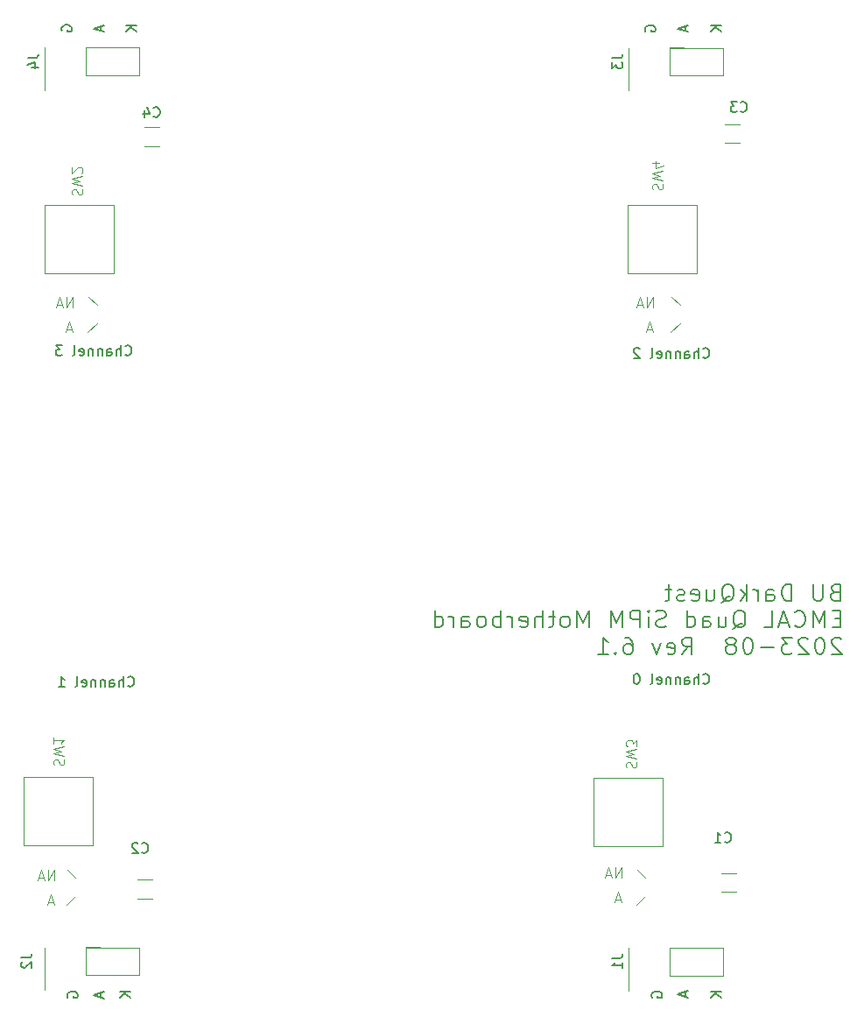
<source format=gbr>
%TF.GenerationSoftware,KiCad,Pcbnew,7.0.5-0*%
%TF.CreationDate,2024-05-08T17:08:20-04:00*%
%TF.ProjectId,quad_sipm,71756164-5f73-4697-906d-2e6b69636164,8.1*%
%TF.SameCoordinates,Original*%
%TF.FileFunction,Legend,Bot*%
%TF.FilePolarity,Positive*%
%FSLAX46Y46*%
G04 Gerber Fmt 4.6, Leading zero omitted, Abs format (unit mm)*
G04 Created by KiCad (PCBNEW 7.0.5-0) date 2024-05-08 17:08:20*
%MOMM*%
%LPD*%
G01*
G04 APERTURE LIST*
%ADD10C,0.150000*%
%ADD11C,0.203200*%
%ADD12C,0.100000*%
%ADD13C,0.120000*%
G04 APERTURE END LIST*
D10*
X74275792Y-84864580D02*
X74323411Y-84912200D01*
X74323411Y-84912200D02*
X74466268Y-84959819D01*
X74466268Y-84959819D02*
X74561506Y-84959819D01*
X74561506Y-84959819D02*
X74704363Y-84912200D01*
X74704363Y-84912200D02*
X74799601Y-84816961D01*
X74799601Y-84816961D02*
X74847220Y-84721723D01*
X74847220Y-84721723D02*
X74894839Y-84531247D01*
X74894839Y-84531247D02*
X74894839Y-84388390D01*
X74894839Y-84388390D02*
X74847220Y-84197914D01*
X74847220Y-84197914D02*
X74799601Y-84102676D01*
X74799601Y-84102676D02*
X74704363Y-84007438D01*
X74704363Y-84007438D02*
X74561506Y-83959819D01*
X74561506Y-83959819D02*
X74466268Y-83959819D01*
X74466268Y-83959819D02*
X74323411Y-84007438D01*
X74323411Y-84007438D02*
X74275792Y-84055057D01*
X73847220Y-84959819D02*
X73847220Y-83959819D01*
X73418649Y-84959819D02*
X73418649Y-84436009D01*
X73418649Y-84436009D02*
X73466268Y-84340771D01*
X73466268Y-84340771D02*
X73561506Y-84293152D01*
X73561506Y-84293152D02*
X73704363Y-84293152D01*
X73704363Y-84293152D02*
X73799601Y-84340771D01*
X73799601Y-84340771D02*
X73847220Y-84388390D01*
X72513887Y-84959819D02*
X72513887Y-84436009D01*
X72513887Y-84436009D02*
X72561506Y-84340771D01*
X72561506Y-84340771D02*
X72656744Y-84293152D01*
X72656744Y-84293152D02*
X72847220Y-84293152D01*
X72847220Y-84293152D02*
X72942458Y-84340771D01*
X72513887Y-84912200D02*
X72609125Y-84959819D01*
X72609125Y-84959819D02*
X72847220Y-84959819D01*
X72847220Y-84959819D02*
X72942458Y-84912200D01*
X72942458Y-84912200D02*
X72990077Y-84816961D01*
X72990077Y-84816961D02*
X72990077Y-84721723D01*
X72990077Y-84721723D02*
X72942458Y-84626485D01*
X72942458Y-84626485D02*
X72847220Y-84578866D01*
X72847220Y-84578866D02*
X72609125Y-84578866D01*
X72609125Y-84578866D02*
X72513887Y-84531247D01*
X72037696Y-84293152D02*
X72037696Y-84959819D01*
X72037696Y-84388390D02*
X71990077Y-84340771D01*
X71990077Y-84340771D02*
X71894839Y-84293152D01*
X71894839Y-84293152D02*
X71751982Y-84293152D01*
X71751982Y-84293152D02*
X71656744Y-84340771D01*
X71656744Y-84340771D02*
X71609125Y-84436009D01*
X71609125Y-84436009D02*
X71609125Y-84959819D01*
X71132934Y-84293152D02*
X71132934Y-84959819D01*
X71132934Y-84388390D02*
X71085315Y-84340771D01*
X71085315Y-84340771D02*
X70990077Y-84293152D01*
X70990077Y-84293152D02*
X70847220Y-84293152D01*
X70847220Y-84293152D02*
X70751982Y-84340771D01*
X70751982Y-84340771D02*
X70704363Y-84436009D01*
X70704363Y-84436009D02*
X70704363Y-84959819D01*
X69847220Y-84912200D02*
X69942458Y-84959819D01*
X69942458Y-84959819D02*
X70132934Y-84959819D01*
X70132934Y-84959819D02*
X70228172Y-84912200D01*
X70228172Y-84912200D02*
X70275791Y-84816961D01*
X70275791Y-84816961D02*
X70275791Y-84436009D01*
X70275791Y-84436009D02*
X70228172Y-84340771D01*
X70228172Y-84340771D02*
X70132934Y-84293152D01*
X70132934Y-84293152D02*
X69942458Y-84293152D01*
X69942458Y-84293152D02*
X69847220Y-84340771D01*
X69847220Y-84340771D02*
X69799601Y-84436009D01*
X69799601Y-84436009D02*
X69799601Y-84531247D01*
X69799601Y-84531247D02*
X70275791Y-84626485D01*
X69228172Y-84959819D02*
X69323410Y-84912200D01*
X69323410Y-84912200D02*
X69371029Y-84816961D01*
X69371029Y-84816961D02*
X69371029Y-83959819D01*
X68180552Y-83959819D02*
X67561505Y-83959819D01*
X67561505Y-83959819D02*
X67894838Y-84340771D01*
X67894838Y-84340771D02*
X67751981Y-84340771D01*
X67751981Y-84340771D02*
X67656743Y-84388390D01*
X67656743Y-84388390D02*
X67609124Y-84436009D01*
X67609124Y-84436009D02*
X67561505Y-84531247D01*
X67561505Y-84531247D02*
X67561505Y-84769342D01*
X67561505Y-84769342D02*
X67609124Y-84864580D01*
X67609124Y-84864580D02*
X67656743Y-84912200D01*
X67656743Y-84912200D02*
X67751981Y-84959819D01*
X67751981Y-84959819D02*
X68037695Y-84959819D01*
X68037695Y-84959819D02*
X68132933Y-84912200D01*
X68132933Y-84912200D02*
X68180552Y-84864580D01*
X130155792Y-85118580D02*
X130203411Y-85166200D01*
X130203411Y-85166200D02*
X130346268Y-85213819D01*
X130346268Y-85213819D02*
X130441506Y-85213819D01*
X130441506Y-85213819D02*
X130584363Y-85166200D01*
X130584363Y-85166200D02*
X130679601Y-85070961D01*
X130679601Y-85070961D02*
X130727220Y-84975723D01*
X130727220Y-84975723D02*
X130774839Y-84785247D01*
X130774839Y-84785247D02*
X130774839Y-84642390D01*
X130774839Y-84642390D02*
X130727220Y-84451914D01*
X130727220Y-84451914D02*
X130679601Y-84356676D01*
X130679601Y-84356676D02*
X130584363Y-84261438D01*
X130584363Y-84261438D02*
X130441506Y-84213819D01*
X130441506Y-84213819D02*
X130346268Y-84213819D01*
X130346268Y-84213819D02*
X130203411Y-84261438D01*
X130203411Y-84261438D02*
X130155792Y-84309057D01*
X129727220Y-85213819D02*
X129727220Y-84213819D01*
X129298649Y-85213819D02*
X129298649Y-84690009D01*
X129298649Y-84690009D02*
X129346268Y-84594771D01*
X129346268Y-84594771D02*
X129441506Y-84547152D01*
X129441506Y-84547152D02*
X129584363Y-84547152D01*
X129584363Y-84547152D02*
X129679601Y-84594771D01*
X129679601Y-84594771D02*
X129727220Y-84642390D01*
X128393887Y-85213819D02*
X128393887Y-84690009D01*
X128393887Y-84690009D02*
X128441506Y-84594771D01*
X128441506Y-84594771D02*
X128536744Y-84547152D01*
X128536744Y-84547152D02*
X128727220Y-84547152D01*
X128727220Y-84547152D02*
X128822458Y-84594771D01*
X128393887Y-85166200D02*
X128489125Y-85213819D01*
X128489125Y-85213819D02*
X128727220Y-85213819D01*
X128727220Y-85213819D02*
X128822458Y-85166200D01*
X128822458Y-85166200D02*
X128870077Y-85070961D01*
X128870077Y-85070961D02*
X128870077Y-84975723D01*
X128870077Y-84975723D02*
X128822458Y-84880485D01*
X128822458Y-84880485D02*
X128727220Y-84832866D01*
X128727220Y-84832866D02*
X128489125Y-84832866D01*
X128489125Y-84832866D02*
X128393887Y-84785247D01*
X127917696Y-84547152D02*
X127917696Y-85213819D01*
X127917696Y-84642390D02*
X127870077Y-84594771D01*
X127870077Y-84594771D02*
X127774839Y-84547152D01*
X127774839Y-84547152D02*
X127631982Y-84547152D01*
X127631982Y-84547152D02*
X127536744Y-84594771D01*
X127536744Y-84594771D02*
X127489125Y-84690009D01*
X127489125Y-84690009D02*
X127489125Y-85213819D01*
X127012934Y-84547152D02*
X127012934Y-85213819D01*
X127012934Y-84642390D02*
X126965315Y-84594771D01*
X126965315Y-84594771D02*
X126870077Y-84547152D01*
X126870077Y-84547152D02*
X126727220Y-84547152D01*
X126727220Y-84547152D02*
X126631982Y-84594771D01*
X126631982Y-84594771D02*
X126584363Y-84690009D01*
X126584363Y-84690009D02*
X126584363Y-85213819D01*
X125727220Y-85166200D02*
X125822458Y-85213819D01*
X125822458Y-85213819D02*
X126012934Y-85213819D01*
X126012934Y-85213819D02*
X126108172Y-85166200D01*
X126108172Y-85166200D02*
X126155791Y-85070961D01*
X126155791Y-85070961D02*
X126155791Y-84690009D01*
X126155791Y-84690009D02*
X126108172Y-84594771D01*
X126108172Y-84594771D02*
X126012934Y-84547152D01*
X126012934Y-84547152D02*
X125822458Y-84547152D01*
X125822458Y-84547152D02*
X125727220Y-84594771D01*
X125727220Y-84594771D02*
X125679601Y-84690009D01*
X125679601Y-84690009D02*
X125679601Y-84785247D01*
X125679601Y-84785247D02*
X126155791Y-84880485D01*
X125108172Y-85213819D02*
X125203410Y-85166200D01*
X125203410Y-85166200D02*
X125251029Y-85070961D01*
X125251029Y-85070961D02*
X125251029Y-84213819D01*
X124012933Y-84309057D02*
X123965314Y-84261438D01*
X123965314Y-84261438D02*
X123870076Y-84213819D01*
X123870076Y-84213819D02*
X123631981Y-84213819D01*
X123631981Y-84213819D02*
X123536743Y-84261438D01*
X123536743Y-84261438D02*
X123489124Y-84309057D01*
X123489124Y-84309057D02*
X123441505Y-84404295D01*
X123441505Y-84404295D02*
X123441505Y-84499533D01*
X123441505Y-84499533D02*
X123489124Y-84642390D01*
X123489124Y-84642390D02*
X124060552Y-85213819D01*
X124060552Y-85213819D02*
X123441505Y-85213819D01*
X74529792Y-116868580D02*
X74577411Y-116916200D01*
X74577411Y-116916200D02*
X74720268Y-116963819D01*
X74720268Y-116963819D02*
X74815506Y-116963819D01*
X74815506Y-116963819D02*
X74958363Y-116916200D01*
X74958363Y-116916200D02*
X75053601Y-116820961D01*
X75053601Y-116820961D02*
X75101220Y-116725723D01*
X75101220Y-116725723D02*
X75148839Y-116535247D01*
X75148839Y-116535247D02*
X75148839Y-116392390D01*
X75148839Y-116392390D02*
X75101220Y-116201914D01*
X75101220Y-116201914D02*
X75053601Y-116106676D01*
X75053601Y-116106676D02*
X74958363Y-116011438D01*
X74958363Y-116011438D02*
X74815506Y-115963819D01*
X74815506Y-115963819D02*
X74720268Y-115963819D01*
X74720268Y-115963819D02*
X74577411Y-116011438D01*
X74577411Y-116011438D02*
X74529792Y-116059057D01*
X74101220Y-116963819D02*
X74101220Y-115963819D01*
X73672649Y-116963819D02*
X73672649Y-116440009D01*
X73672649Y-116440009D02*
X73720268Y-116344771D01*
X73720268Y-116344771D02*
X73815506Y-116297152D01*
X73815506Y-116297152D02*
X73958363Y-116297152D01*
X73958363Y-116297152D02*
X74053601Y-116344771D01*
X74053601Y-116344771D02*
X74101220Y-116392390D01*
X72767887Y-116963819D02*
X72767887Y-116440009D01*
X72767887Y-116440009D02*
X72815506Y-116344771D01*
X72815506Y-116344771D02*
X72910744Y-116297152D01*
X72910744Y-116297152D02*
X73101220Y-116297152D01*
X73101220Y-116297152D02*
X73196458Y-116344771D01*
X72767887Y-116916200D02*
X72863125Y-116963819D01*
X72863125Y-116963819D02*
X73101220Y-116963819D01*
X73101220Y-116963819D02*
X73196458Y-116916200D01*
X73196458Y-116916200D02*
X73244077Y-116820961D01*
X73244077Y-116820961D02*
X73244077Y-116725723D01*
X73244077Y-116725723D02*
X73196458Y-116630485D01*
X73196458Y-116630485D02*
X73101220Y-116582866D01*
X73101220Y-116582866D02*
X72863125Y-116582866D01*
X72863125Y-116582866D02*
X72767887Y-116535247D01*
X72291696Y-116297152D02*
X72291696Y-116963819D01*
X72291696Y-116392390D02*
X72244077Y-116344771D01*
X72244077Y-116344771D02*
X72148839Y-116297152D01*
X72148839Y-116297152D02*
X72005982Y-116297152D01*
X72005982Y-116297152D02*
X71910744Y-116344771D01*
X71910744Y-116344771D02*
X71863125Y-116440009D01*
X71863125Y-116440009D02*
X71863125Y-116963819D01*
X71386934Y-116297152D02*
X71386934Y-116963819D01*
X71386934Y-116392390D02*
X71339315Y-116344771D01*
X71339315Y-116344771D02*
X71244077Y-116297152D01*
X71244077Y-116297152D02*
X71101220Y-116297152D01*
X71101220Y-116297152D02*
X71005982Y-116344771D01*
X71005982Y-116344771D02*
X70958363Y-116440009D01*
X70958363Y-116440009D02*
X70958363Y-116963819D01*
X70101220Y-116916200D02*
X70196458Y-116963819D01*
X70196458Y-116963819D02*
X70386934Y-116963819D01*
X70386934Y-116963819D02*
X70482172Y-116916200D01*
X70482172Y-116916200D02*
X70529791Y-116820961D01*
X70529791Y-116820961D02*
X70529791Y-116440009D01*
X70529791Y-116440009D02*
X70482172Y-116344771D01*
X70482172Y-116344771D02*
X70386934Y-116297152D01*
X70386934Y-116297152D02*
X70196458Y-116297152D01*
X70196458Y-116297152D02*
X70101220Y-116344771D01*
X70101220Y-116344771D02*
X70053601Y-116440009D01*
X70053601Y-116440009D02*
X70053601Y-116535247D01*
X70053601Y-116535247D02*
X70529791Y-116630485D01*
X69482172Y-116963819D02*
X69577410Y-116916200D01*
X69577410Y-116916200D02*
X69625029Y-116820961D01*
X69625029Y-116820961D02*
X69625029Y-115963819D01*
X67815505Y-116963819D02*
X68386933Y-116963819D01*
X68101219Y-116963819D02*
X68101219Y-115963819D01*
X68101219Y-115963819D02*
X68196457Y-116106676D01*
X68196457Y-116106676D02*
X68291695Y-116201914D01*
X68291695Y-116201914D02*
X68386933Y-116249533D01*
X130155792Y-116614580D02*
X130203411Y-116662200D01*
X130203411Y-116662200D02*
X130346268Y-116709819D01*
X130346268Y-116709819D02*
X130441506Y-116709819D01*
X130441506Y-116709819D02*
X130584363Y-116662200D01*
X130584363Y-116662200D02*
X130679601Y-116566961D01*
X130679601Y-116566961D02*
X130727220Y-116471723D01*
X130727220Y-116471723D02*
X130774839Y-116281247D01*
X130774839Y-116281247D02*
X130774839Y-116138390D01*
X130774839Y-116138390D02*
X130727220Y-115947914D01*
X130727220Y-115947914D02*
X130679601Y-115852676D01*
X130679601Y-115852676D02*
X130584363Y-115757438D01*
X130584363Y-115757438D02*
X130441506Y-115709819D01*
X130441506Y-115709819D02*
X130346268Y-115709819D01*
X130346268Y-115709819D02*
X130203411Y-115757438D01*
X130203411Y-115757438D02*
X130155792Y-115805057D01*
X129727220Y-116709819D02*
X129727220Y-115709819D01*
X129298649Y-116709819D02*
X129298649Y-116186009D01*
X129298649Y-116186009D02*
X129346268Y-116090771D01*
X129346268Y-116090771D02*
X129441506Y-116043152D01*
X129441506Y-116043152D02*
X129584363Y-116043152D01*
X129584363Y-116043152D02*
X129679601Y-116090771D01*
X129679601Y-116090771D02*
X129727220Y-116138390D01*
X128393887Y-116709819D02*
X128393887Y-116186009D01*
X128393887Y-116186009D02*
X128441506Y-116090771D01*
X128441506Y-116090771D02*
X128536744Y-116043152D01*
X128536744Y-116043152D02*
X128727220Y-116043152D01*
X128727220Y-116043152D02*
X128822458Y-116090771D01*
X128393887Y-116662200D02*
X128489125Y-116709819D01*
X128489125Y-116709819D02*
X128727220Y-116709819D01*
X128727220Y-116709819D02*
X128822458Y-116662200D01*
X128822458Y-116662200D02*
X128870077Y-116566961D01*
X128870077Y-116566961D02*
X128870077Y-116471723D01*
X128870077Y-116471723D02*
X128822458Y-116376485D01*
X128822458Y-116376485D02*
X128727220Y-116328866D01*
X128727220Y-116328866D02*
X128489125Y-116328866D01*
X128489125Y-116328866D02*
X128393887Y-116281247D01*
X127917696Y-116043152D02*
X127917696Y-116709819D01*
X127917696Y-116138390D02*
X127870077Y-116090771D01*
X127870077Y-116090771D02*
X127774839Y-116043152D01*
X127774839Y-116043152D02*
X127631982Y-116043152D01*
X127631982Y-116043152D02*
X127536744Y-116090771D01*
X127536744Y-116090771D02*
X127489125Y-116186009D01*
X127489125Y-116186009D02*
X127489125Y-116709819D01*
X127012934Y-116043152D02*
X127012934Y-116709819D01*
X127012934Y-116138390D02*
X126965315Y-116090771D01*
X126965315Y-116090771D02*
X126870077Y-116043152D01*
X126870077Y-116043152D02*
X126727220Y-116043152D01*
X126727220Y-116043152D02*
X126631982Y-116090771D01*
X126631982Y-116090771D02*
X126584363Y-116186009D01*
X126584363Y-116186009D02*
X126584363Y-116709819D01*
X125727220Y-116662200D02*
X125822458Y-116709819D01*
X125822458Y-116709819D02*
X126012934Y-116709819D01*
X126012934Y-116709819D02*
X126108172Y-116662200D01*
X126108172Y-116662200D02*
X126155791Y-116566961D01*
X126155791Y-116566961D02*
X126155791Y-116186009D01*
X126155791Y-116186009D02*
X126108172Y-116090771D01*
X126108172Y-116090771D02*
X126012934Y-116043152D01*
X126012934Y-116043152D02*
X125822458Y-116043152D01*
X125822458Y-116043152D02*
X125727220Y-116090771D01*
X125727220Y-116090771D02*
X125679601Y-116186009D01*
X125679601Y-116186009D02*
X125679601Y-116281247D01*
X125679601Y-116281247D02*
X126155791Y-116376485D01*
X125108172Y-116709819D02*
X125203410Y-116662200D01*
X125203410Y-116662200D02*
X125251029Y-116566961D01*
X125251029Y-116566961D02*
X125251029Y-115709819D01*
X123774838Y-115709819D02*
X123679600Y-115709819D01*
X123679600Y-115709819D02*
X123584362Y-115757438D01*
X123584362Y-115757438D02*
X123536743Y-115805057D01*
X123536743Y-115805057D02*
X123489124Y-115900295D01*
X123489124Y-115900295D02*
X123441505Y-116090771D01*
X123441505Y-116090771D02*
X123441505Y-116328866D01*
X123441505Y-116328866D02*
X123489124Y-116519342D01*
X123489124Y-116519342D02*
X123536743Y-116614580D01*
X123536743Y-116614580D02*
X123584362Y-116662200D01*
X123584362Y-116662200D02*
X123679600Y-116709819D01*
X123679600Y-116709819D02*
X123774838Y-116709819D01*
X123774838Y-116709819D02*
X123870076Y-116662200D01*
X123870076Y-116662200D02*
X123917695Y-116614580D01*
X123917695Y-116614580D02*
X123965314Y-116519342D01*
X123965314Y-116519342D02*
X124012933Y-116328866D01*
X124012933Y-116328866D02*
X124012933Y-116090771D01*
X124012933Y-116090771D02*
X123965314Y-115900295D01*
X123965314Y-115900295D02*
X123917695Y-115805057D01*
X123917695Y-115805057D02*
X123870076Y-115757438D01*
X123870076Y-115757438D02*
X123774838Y-115709819D01*
X124597438Y-53601904D02*
X124549819Y-53506666D01*
X124549819Y-53506666D02*
X124549819Y-53363809D01*
X124549819Y-53363809D02*
X124597438Y-53220952D01*
X124597438Y-53220952D02*
X124692676Y-53125714D01*
X124692676Y-53125714D02*
X124787914Y-53078095D01*
X124787914Y-53078095D02*
X124978390Y-53030476D01*
X124978390Y-53030476D02*
X125121247Y-53030476D01*
X125121247Y-53030476D02*
X125311723Y-53078095D01*
X125311723Y-53078095D02*
X125406961Y-53125714D01*
X125406961Y-53125714D02*
X125502200Y-53220952D01*
X125502200Y-53220952D02*
X125549819Y-53363809D01*
X125549819Y-53363809D02*
X125549819Y-53459047D01*
X125549819Y-53459047D02*
X125502200Y-53601904D01*
X125502200Y-53601904D02*
X125454580Y-53649523D01*
X125454580Y-53649523D02*
X125121247Y-53649523D01*
X125121247Y-53649523D02*
X125121247Y-53459047D01*
X131899819Y-53078095D02*
X130899819Y-53078095D01*
X131899819Y-53649523D02*
X131328390Y-53220952D01*
X130899819Y-53649523D02*
X131471247Y-53078095D01*
X128439104Y-53101905D02*
X128439104Y-53578095D01*
X128724819Y-53006667D02*
X127724819Y-53340000D01*
X127724819Y-53340000D02*
X128724819Y-53673333D01*
X68717438Y-146983220D02*
X68669819Y-146887982D01*
X68669819Y-146887982D02*
X68669819Y-146745125D01*
X68669819Y-146745125D02*
X68717438Y-146602268D01*
X68717438Y-146602268D02*
X68812676Y-146507030D01*
X68812676Y-146507030D02*
X68907914Y-146459411D01*
X68907914Y-146459411D02*
X69098390Y-146411792D01*
X69098390Y-146411792D02*
X69241247Y-146411792D01*
X69241247Y-146411792D02*
X69431723Y-146459411D01*
X69431723Y-146459411D02*
X69526961Y-146507030D01*
X69526961Y-146507030D02*
X69622200Y-146602268D01*
X69622200Y-146602268D02*
X69669819Y-146745125D01*
X69669819Y-146745125D02*
X69669819Y-146840363D01*
X69669819Y-146840363D02*
X69622200Y-146983220D01*
X69622200Y-146983220D02*
X69574580Y-147030839D01*
X69574580Y-147030839D02*
X69241247Y-147030839D01*
X69241247Y-147030839D02*
X69241247Y-146840363D01*
X71924104Y-146554649D02*
X71924104Y-147030839D01*
X72209819Y-146459411D02*
X71209819Y-146792744D01*
X71209819Y-146792744D02*
X72209819Y-147126077D01*
X75384819Y-53078095D02*
X74384819Y-53078095D01*
X75384819Y-53649523D02*
X74813390Y-53220952D01*
X74384819Y-53649523D02*
X74956247Y-53078095D01*
X71924104Y-53101905D02*
X71924104Y-53578095D01*
X72209819Y-53006667D02*
X71209819Y-53340000D01*
X71209819Y-53340000D02*
X72209819Y-53673333D01*
X74749819Y-146423095D02*
X73749819Y-146423095D01*
X74749819Y-146994523D02*
X74178390Y-146565952D01*
X73749819Y-146994523D02*
X74321247Y-146423095D01*
X128439104Y-146446905D02*
X128439104Y-146923095D01*
X128724819Y-146351667D02*
X127724819Y-146685000D01*
X127724819Y-146685000D02*
X128724819Y-147018333D01*
X125232438Y-146983220D02*
X125184819Y-146887982D01*
X125184819Y-146887982D02*
X125184819Y-146745125D01*
X125184819Y-146745125D02*
X125232438Y-146602268D01*
X125232438Y-146602268D02*
X125327676Y-146507030D01*
X125327676Y-146507030D02*
X125422914Y-146459411D01*
X125422914Y-146459411D02*
X125613390Y-146411792D01*
X125613390Y-146411792D02*
X125756247Y-146411792D01*
X125756247Y-146411792D02*
X125946723Y-146459411D01*
X125946723Y-146459411D02*
X126041961Y-146507030D01*
X126041961Y-146507030D02*
X126137200Y-146602268D01*
X126137200Y-146602268D02*
X126184819Y-146745125D01*
X126184819Y-146745125D02*
X126184819Y-146840363D01*
X126184819Y-146840363D02*
X126137200Y-146983220D01*
X126137200Y-146983220D02*
X126089580Y-147030839D01*
X126089580Y-147030839D02*
X125756247Y-147030839D01*
X125756247Y-147030839D02*
X125756247Y-146840363D01*
X131899819Y-146423095D02*
X130899819Y-146423095D01*
X131899819Y-146994523D02*
X131328390Y-146565952D01*
X130899819Y-146994523D02*
X131471247Y-146423095D01*
D11*
X142912887Y-107805528D02*
X142670030Y-107881718D01*
X142670030Y-107881718D02*
X142589077Y-107957909D01*
X142589077Y-107957909D02*
X142508125Y-108110290D01*
X142508125Y-108110290D02*
X142508125Y-108338861D01*
X142508125Y-108338861D02*
X142589077Y-108491242D01*
X142589077Y-108491242D02*
X142670030Y-108567433D01*
X142670030Y-108567433D02*
X142831935Y-108643623D01*
X142831935Y-108643623D02*
X143479554Y-108643623D01*
X143479554Y-108643623D02*
X143479554Y-107043623D01*
X143479554Y-107043623D02*
X142912887Y-107043623D01*
X142912887Y-107043623D02*
X142750982Y-107119813D01*
X142750982Y-107119813D02*
X142670030Y-107196004D01*
X142670030Y-107196004D02*
X142589077Y-107348385D01*
X142589077Y-107348385D02*
X142589077Y-107500766D01*
X142589077Y-107500766D02*
X142670030Y-107653147D01*
X142670030Y-107653147D02*
X142750982Y-107729337D01*
X142750982Y-107729337D02*
X142912887Y-107805528D01*
X142912887Y-107805528D02*
X143479554Y-107805528D01*
X141779554Y-107043623D02*
X141779554Y-108338861D01*
X141779554Y-108338861D02*
X141698601Y-108491242D01*
X141698601Y-108491242D02*
X141617649Y-108567433D01*
X141617649Y-108567433D02*
X141455744Y-108643623D01*
X141455744Y-108643623D02*
X141131935Y-108643623D01*
X141131935Y-108643623D02*
X140970030Y-108567433D01*
X140970030Y-108567433D02*
X140889077Y-108491242D01*
X140889077Y-108491242D02*
X140808125Y-108338861D01*
X140808125Y-108338861D02*
X140808125Y-107043623D01*
X138703364Y-108643623D02*
X138703364Y-107043623D01*
X138703364Y-107043623D02*
X138298602Y-107043623D01*
X138298602Y-107043623D02*
X138055745Y-107119813D01*
X138055745Y-107119813D02*
X137893840Y-107272194D01*
X137893840Y-107272194D02*
X137812887Y-107424575D01*
X137812887Y-107424575D02*
X137731935Y-107729337D01*
X137731935Y-107729337D02*
X137731935Y-107957909D01*
X137731935Y-107957909D02*
X137812887Y-108262671D01*
X137812887Y-108262671D02*
X137893840Y-108415052D01*
X137893840Y-108415052D02*
X138055745Y-108567433D01*
X138055745Y-108567433D02*
X138298602Y-108643623D01*
X138298602Y-108643623D02*
X138703364Y-108643623D01*
X136274792Y-108643623D02*
X136274792Y-107805528D01*
X136274792Y-107805528D02*
X136355745Y-107653147D01*
X136355745Y-107653147D02*
X136517649Y-107576956D01*
X136517649Y-107576956D02*
X136841459Y-107576956D01*
X136841459Y-107576956D02*
X137003364Y-107653147D01*
X136274792Y-108567433D02*
X136436697Y-108643623D01*
X136436697Y-108643623D02*
X136841459Y-108643623D01*
X136841459Y-108643623D02*
X137003364Y-108567433D01*
X137003364Y-108567433D02*
X137084316Y-108415052D01*
X137084316Y-108415052D02*
X137084316Y-108262671D01*
X137084316Y-108262671D02*
X137003364Y-108110290D01*
X137003364Y-108110290D02*
X136841459Y-108034099D01*
X136841459Y-108034099D02*
X136436697Y-108034099D01*
X136436697Y-108034099D02*
X136274792Y-107957909D01*
X135465269Y-108643623D02*
X135465269Y-107576956D01*
X135465269Y-107881718D02*
X135384316Y-107729337D01*
X135384316Y-107729337D02*
X135303364Y-107653147D01*
X135303364Y-107653147D02*
X135141459Y-107576956D01*
X135141459Y-107576956D02*
X134979554Y-107576956D01*
X134412888Y-108643623D02*
X134412888Y-107043623D01*
X134250983Y-108034099D02*
X133765269Y-108643623D01*
X133765269Y-107576956D02*
X134412888Y-108186480D01*
X131903364Y-108796004D02*
X132065269Y-108719813D01*
X132065269Y-108719813D02*
X132227174Y-108567433D01*
X132227174Y-108567433D02*
X132470031Y-108338861D01*
X132470031Y-108338861D02*
X132631936Y-108262671D01*
X132631936Y-108262671D02*
X132793840Y-108262671D01*
X132712888Y-108643623D02*
X132874793Y-108567433D01*
X132874793Y-108567433D02*
X133036698Y-108415052D01*
X133036698Y-108415052D02*
X133117650Y-108110290D01*
X133117650Y-108110290D02*
X133117650Y-107576956D01*
X133117650Y-107576956D02*
X133036698Y-107272194D01*
X133036698Y-107272194D02*
X132874793Y-107119813D01*
X132874793Y-107119813D02*
X132712888Y-107043623D01*
X132712888Y-107043623D02*
X132389079Y-107043623D01*
X132389079Y-107043623D02*
X132227174Y-107119813D01*
X132227174Y-107119813D02*
X132065269Y-107272194D01*
X132065269Y-107272194D02*
X131984317Y-107576956D01*
X131984317Y-107576956D02*
X131984317Y-108110290D01*
X131984317Y-108110290D02*
X132065269Y-108415052D01*
X132065269Y-108415052D02*
X132227174Y-108567433D01*
X132227174Y-108567433D02*
X132389079Y-108643623D01*
X132389079Y-108643623D02*
X132712888Y-108643623D01*
X130527174Y-107576956D02*
X130527174Y-108643623D01*
X131255746Y-107576956D02*
X131255746Y-108415052D01*
X131255746Y-108415052D02*
X131174793Y-108567433D01*
X131174793Y-108567433D02*
X131012888Y-108643623D01*
X131012888Y-108643623D02*
X130770031Y-108643623D01*
X130770031Y-108643623D02*
X130608127Y-108567433D01*
X130608127Y-108567433D02*
X130527174Y-108491242D01*
X129070032Y-108567433D02*
X129231936Y-108643623D01*
X129231936Y-108643623D02*
X129555746Y-108643623D01*
X129555746Y-108643623D02*
X129717651Y-108567433D01*
X129717651Y-108567433D02*
X129798603Y-108415052D01*
X129798603Y-108415052D02*
X129798603Y-107805528D01*
X129798603Y-107805528D02*
X129717651Y-107653147D01*
X129717651Y-107653147D02*
X129555746Y-107576956D01*
X129555746Y-107576956D02*
X129231936Y-107576956D01*
X129231936Y-107576956D02*
X129070032Y-107653147D01*
X129070032Y-107653147D02*
X128989079Y-107805528D01*
X128989079Y-107805528D02*
X128989079Y-107957909D01*
X128989079Y-107957909D02*
X129798603Y-108110290D01*
X128341460Y-108567433D02*
X128179555Y-108643623D01*
X128179555Y-108643623D02*
X127855746Y-108643623D01*
X127855746Y-108643623D02*
X127693841Y-108567433D01*
X127693841Y-108567433D02*
X127612889Y-108415052D01*
X127612889Y-108415052D02*
X127612889Y-108338861D01*
X127612889Y-108338861D02*
X127693841Y-108186480D01*
X127693841Y-108186480D02*
X127855746Y-108110290D01*
X127855746Y-108110290D02*
X128098603Y-108110290D01*
X128098603Y-108110290D02*
X128260508Y-108034099D01*
X128260508Y-108034099D02*
X128341460Y-107881718D01*
X128341460Y-107881718D02*
X128341460Y-107805528D01*
X128341460Y-107805528D02*
X128260508Y-107653147D01*
X128260508Y-107653147D02*
X128098603Y-107576956D01*
X128098603Y-107576956D02*
X127855746Y-107576956D01*
X127855746Y-107576956D02*
X127693841Y-107653147D01*
X127127175Y-107576956D02*
X126479556Y-107576956D01*
X126884318Y-107043623D02*
X126884318Y-108415052D01*
X126884318Y-108415052D02*
X126803365Y-108567433D01*
X126803365Y-108567433D02*
X126641460Y-108643623D01*
X126641460Y-108643623D02*
X126479556Y-108643623D01*
X143479554Y-110381528D02*
X142912887Y-110381528D01*
X142670030Y-111219623D02*
X143479554Y-111219623D01*
X143479554Y-111219623D02*
X143479554Y-109619623D01*
X143479554Y-109619623D02*
X142670030Y-109619623D01*
X141941459Y-111219623D02*
X141941459Y-109619623D01*
X141941459Y-109619623D02*
X141374792Y-110762480D01*
X141374792Y-110762480D02*
X140808125Y-109619623D01*
X140808125Y-109619623D02*
X140808125Y-111219623D01*
X139027173Y-111067242D02*
X139108125Y-111143433D01*
X139108125Y-111143433D02*
X139350983Y-111219623D01*
X139350983Y-111219623D02*
X139512887Y-111219623D01*
X139512887Y-111219623D02*
X139755744Y-111143433D01*
X139755744Y-111143433D02*
X139917649Y-110991052D01*
X139917649Y-110991052D02*
X139998602Y-110838671D01*
X139998602Y-110838671D02*
X140079554Y-110533909D01*
X140079554Y-110533909D02*
X140079554Y-110305337D01*
X140079554Y-110305337D02*
X139998602Y-110000575D01*
X139998602Y-110000575D02*
X139917649Y-109848194D01*
X139917649Y-109848194D02*
X139755744Y-109695813D01*
X139755744Y-109695813D02*
X139512887Y-109619623D01*
X139512887Y-109619623D02*
X139350983Y-109619623D01*
X139350983Y-109619623D02*
X139108125Y-109695813D01*
X139108125Y-109695813D02*
X139027173Y-109772004D01*
X138379554Y-110762480D02*
X137570030Y-110762480D01*
X138541459Y-111219623D02*
X137974792Y-109619623D01*
X137974792Y-109619623D02*
X137408125Y-111219623D01*
X136031935Y-111219623D02*
X136841459Y-111219623D01*
X136841459Y-111219623D02*
X136841459Y-109619623D01*
X133036697Y-111372004D02*
X133198602Y-111295813D01*
X133198602Y-111295813D02*
X133360507Y-111143433D01*
X133360507Y-111143433D02*
X133603364Y-110914861D01*
X133603364Y-110914861D02*
X133765269Y-110838671D01*
X133765269Y-110838671D02*
X133927173Y-110838671D01*
X133846221Y-111219623D02*
X134008126Y-111143433D01*
X134008126Y-111143433D02*
X134170031Y-110991052D01*
X134170031Y-110991052D02*
X134250983Y-110686290D01*
X134250983Y-110686290D02*
X134250983Y-110152956D01*
X134250983Y-110152956D02*
X134170031Y-109848194D01*
X134170031Y-109848194D02*
X134008126Y-109695813D01*
X134008126Y-109695813D02*
X133846221Y-109619623D01*
X133846221Y-109619623D02*
X133522412Y-109619623D01*
X133522412Y-109619623D02*
X133360507Y-109695813D01*
X133360507Y-109695813D02*
X133198602Y-109848194D01*
X133198602Y-109848194D02*
X133117650Y-110152956D01*
X133117650Y-110152956D02*
X133117650Y-110686290D01*
X133117650Y-110686290D02*
X133198602Y-110991052D01*
X133198602Y-110991052D02*
X133360507Y-111143433D01*
X133360507Y-111143433D02*
X133522412Y-111219623D01*
X133522412Y-111219623D02*
X133846221Y-111219623D01*
X131660507Y-110152956D02*
X131660507Y-111219623D01*
X132389079Y-110152956D02*
X132389079Y-110991052D01*
X132389079Y-110991052D02*
X132308126Y-111143433D01*
X132308126Y-111143433D02*
X132146221Y-111219623D01*
X132146221Y-111219623D02*
X131903364Y-111219623D01*
X131903364Y-111219623D02*
X131741460Y-111143433D01*
X131741460Y-111143433D02*
X131660507Y-111067242D01*
X130122412Y-111219623D02*
X130122412Y-110381528D01*
X130122412Y-110381528D02*
X130203365Y-110229147D01*
X130203365Y-110229147D02*
X130365269Y-110152956D01*
X130365269Y-110152956D02*
X130689079Y-110152956D01*
X130689079Y-110152956D02*
X130850984Y-110229147D01*
X130122412Y-111143433D02*
X130284317Y-111219623D01*
X130284317Y-111219623D02*
X130689079Y-111219623D01*
X130689079Y-111219623D02*
X130850984Y-111143433D01*
X130850984Y-111143433D02*
X130931936Y-110991052D01*
X130931936Y-110991052D02*
X130931936Y-110838671D01*
X130931936Y-110838671D02*
X130850984Y-110686290D01*
X130850984Y-110686290D02*
X130689079Y-110610099D01*
X130689079Y-110610099D02*
X130284317Y-110610099D01*
X130284317Y-110610099D02*
X130122412Y-110533909D01*
X128584317Y-111219623D02*
X128584317Y-109619623D01*
X128584317Y-111143433D02*
X128746222Y-111219623D01*
X128746222Y-111219623D02*
X129070031Y-111219623D01*
X129070031Y-111219623D02*
X129231936Y-111143433D01*
X129231936Y-111143433D02*
X129312889Y-111067242D01*
X129312889Y-111067242D02*
X129393841Y-110914861D01*
X129393841Y-110914861D02*
X129393841Y-110457718D01*
X129393841Y-110457718D02*
X129312889Y-110305337D01*
X129312889Y-110305337D02*
X129231936Y-110229147D01*
X129231936Y-110229147D02*
X129070031Y-110152956D01*
X129070031Y-110152956D02*
X128746222Y-110152956D01*
X128746222Y-110152956D02*
X128584317Y-110229147D01*
X126560508Y-111143433D02*
X126317651Y-111219623D01*
X126317651Y-111219623D02*
X125912889Y-111219623D01*
X125912889Y-111219623D02*
X125750984Y-111143433D01*
X125750984Y-111143433D02*
X125670032Y-111067242D01*
X125670032Y-111067242D02*
X125589079Y-110914861D01*
X125589079Y-110914861D02*
X125589079Y-110762480D01*
X125589079Y-110762480D02*
X125670032Y-110610099D01*
X125670032Y-110610099D02*
X125750984Y-110533909D01*
X125750984Y-110533909D02*
X125912889Y-110457718D01*
X125912889Y-110457718D02*
X126236698Y-110381528D01*
X126236698Y-110381528D02*
X126398603Y-110305337D01*
X126398603Y-110305337D02*
X126479556Y-110229147D01*
X126479556Y-110229147D02*
X126560508Y-110076766D01*
X126560508Y-110076766D02*
X126560508Y-109924385D01*
X126560508Y-109924385D02*
X126479556Y-109772004D01*
X126479556Y-109772004D02*
X126398603Y-109695813D01*
X126398603Y-109695813D02*
X126236698Y-109619623D01*
X126236698Y-109619623D02*
X125831937Y-109619623D01*
X125831937Y-109619623D02*
X125589079Y-109695813D01*
X124860508Y-111219623D02*
X124860508Y-110152956D01*
X124860508Y-109619623D02*
X124941460Y-109695813D01*
X124941460Y-109695813D02*
X124860508Y-109772004D01*
X124860508Y-109772004D02*
X124779555Y-109695813D01*
X124779555Y-109695813D02*
X124860508Y-109619623D01*
X124860508Y-109619623D02*
X124860508Y-109772004D01*
X124050984Y-111219623D02*
X124050984Y-109619623D01*
X124050984Y-109619623D02*
X123403365Y-109619623D01*
X123403365Y-109619623D02*
X123241460Y-109695813D01*
X123241460Y-109695813D02*
X123160507Y-109772004D01*
X123160507Y-109772004D02*
X123079555Y-109924385D01*
X123079555Y-109924385D02*
X123079555Y-110152956D01*
X123079555Y-110152956D02*
X123160507Y-110305337D01*
X123160507Y-110305337D02*
X123241460Y-110381528D01*
X123241460Y-110381528D02*
X123403365Y-110457718D01*
X123403365Y-110457718D02*
X124050984Y-110457718D01*
X122350984Y-111219623D02*
X122350984Y-109619623D01*
X122350984Y-109619623D02*
X121784317Y-110762480D01*
X121784317Y-110762480D02*
X121217650Y-109619623D01*
X121217650Y-109619623D02*
X121217650Y-111219623D01*
X119112889Y-111219623D02*
X119112889Y-109619623D01*
X119112889Y-109619623D02*
X118546222Y-110762480D01*
X118546222Y-110762480D02*
X117979555Y-109619623D01*
X117979555Y-109619623D02*
X117979555Y-111219623D01*
X116927174Y-111219623D02*
X117089079Y-111143433D01*
X117089079Y-111143433D02*
X117170032Y-111067242D01*
X117170032Y-111067242D02*
X117250984Y-110914861D01*
X117250984Y-110914861D02*
X117250984Y-110457718D01*
X117250984Y-110457718D02*
X117170032Y-110305337D01*
X117170032Y-110305337D02*
X117089079Y-110229147D01*
X117089079Y-110229147D02*
X116927174Y-110152956D01*
X116927174Y-110152956D02*
X116684317Y-110152956D01*
X116684317Y-110152956D02*
X116522413Y-110229147D01*
X116522413Y-110229147D02*
X116441460Y-110305337D01*
X116441460Y-110305337D02*
X116360508Y-110457718D01*
X116360508Y-110457718D02*
X116360508Y-110914861D01*
X116360508Y-110914861D02*
X116441460Y-111067242D01*
X116441460Y-111067242D02*
X116522413Y-111143433D01*
X116522413Y-111143433D02*
X116684317Y-111219623D01*
X116684317Y-111219623D02*
X116927174Y-111219623D01*
X115874794Y-110152956D02*
X115227175Y-110152956D01*
X115631937Y-109619623D02*
X115631937Y-110991052D01*
X115631937Y-110991052D02*
X115550984Y-111143433D01*
X115550984Y-111143433D02*
X115389079Y-111219623D01*
X115389079Y-111219623D02*
X115227175Y-111219623D01*
X114660508Y-111219623D02*
X114660508Y-109619623D01*
X113931936Y-111219623D02*
X113931936Y-110381528D01*
X113931936Y-110381528D02*
X114012889Y-110229147D01*
X114012889Y-110229147D02*
X114174793Y-110152956D01*
X114174793Y-110152956D02*
X114417650Y-110152956D01*
X114417650Y-110152956D02*
X114579555Y-110229147D01*
X114579555Y-110229147D02*
X114660508Y-110305337D01*
X112474794Y-111143433D02*
X112636698Y-111219623D01*
X112636698Y-111219623D02*
X112960508Y-111219623D01*
X112960508Y-111219623D02*
X113122413Y-111143433D01*
X113122413Y-111143433D02*
X113203365Y-110991052D01*
X113203365Y-110991052D02*
X113203365Y-110381528D01*
X113203365Y-110381528D02*
X113122413Y-110229147D01*
X113122413Y-110229147D02*
X112960508Y-110152956D01*
X112960508Y-110152956D02*
X112636698Y-110152956D01*
X112636698Y-110152956D02*
X112474794Y-110229147D01*
X112474794Y-110229147D02*
X112393841Y-110381528D01*
X112393841Y-110381528D02*
X112393841Y-110533909D01*
X112393841Y-110533909D02*
X113203365Y-110686290D01*
X111665270Y-111219623D02*
X111665270Y-110152956D01*
X111665270Y-110457718D02*
X111584317Y-110305337D01*
X111584317Y-110305337D02*
X111503365Y-110229147D01*
X111503365Y-110229147D02*
X111341460Y-110152956D01*
X111341460Y-110152956D02*
X111179555Y-110152956D01*
X110612889Y-111219623D02*
X110612889Y-109619623D01*
X110612889Y-110229147D02*
X110450984Y-110152956D01*
X110450984Y-110152956D02*
X110127174Y-110152956D01*
X110127174Y-110152956D02*
X109965270Y-110229147D01*
X109965270Y-110229147D02*
X109884317Y-110305337D01*
X109884317Y-110305337D02*
X109803365Y-110457718D01*
X109803365Y-110457718D02*
X109803365Y-110914861D01*
X109803365Y-110914861D02*
X109884317Y-111067242D01*
X109884317Y-111067242D02*
X109965270Y-111143433D01*
X109965270Y-111143433D02*
X110127174Y-111219623D01*
X110127174Y-111219623D02*
X110450984Y-111219623D01*
X110450984Y-111219623D02*
X110612889Y-111143433D01*
X108831936Y-111219623D02*
X108993841Y-111143433D01*
X108993841Y-111143433D02*
X109074794Y-111067242D01*
X109074794Y-111067242D02*
X109155746Y-110914861D01*
X109155746Y-110914861D02*
X109155746Y-110457718D01*
X109155746Y-110457718D02*
X109074794Y-110305337D01*
X109074794Y-110305337D02*
X108993841Y-110229147D01*
X108993841Y-110229147D02*
X108831936Y-110152956D01*
X108831936Y-110152956D02*
X108589079Y-110152956D01*
X108589079Y-110152956D02*
X108427175Y-110229147D01*
X108427175Y-110229147D02*
X108346222Y-110305337D01*
X108346222Y-110305337D02*
X108265270Y-110457718D01*
X108265270Y-110457718D02*
X108265270Y-110914861D01*
X108265270Y-110914861D02*
X108346222Y-111067242D01*
X108346222Y-111067242D02*
X108427175Y-111143433D01*
X108427175Y-111143433D02*
X108589079Y-111219623D01*
X108589079Y-111219623D02*
X108831936Y-111219623D01*
X106808127Y-111219623D02*
X106808127Y-110381528D01*
X106808127Y-110381528D02*
X106889080Y-110229147D01*
X106889080Y-110229147D02*
X107050984Y-110152956D01*
X107050984Y-110152956D02*
X107374794Y-110152956D01*
X107374794Y-110152956D02*
X107536699Y-110229147D01*
X106808127Y-111143433D02*
X106970032Y-111219623D01*
X106970032Y-111219623D02*
X107374794Y-111219623D01*
X107374794Y-111219623D02*
X107536699Y-111143433D01*
X107536699Y-111143433D02*
X107617651Y-110991052D01*
X107617651Y-110991052D02*
X107617651Y-110838671D01*
X107617651Y-110838671D02*
X107536699Y-110686290D01*
X107536699Y-110686290D02*
X107374794Y-110610099D01*
X107374794Y-110610099D02*
X106970032Y-110610099D01*
X106970032Y-110610099D02*
X106808127Y-110533909D01*
X105998604Y-111219623D02*
X105998604Y-110152956D01*
X105998604Y-110457718D02*
X105917651Y-110305337D01*
X105917651Y-110305337D02*
X105836699Y-110229147D01*
X105836699Y-110229147D02*
X105674794Y-110152956D01*
X105674794Y-110152956D02*
X105512889Y-110152956D01*
X104217651Y-111219623D02*
X104217651Y-109619623D01*
X104217651Y-111143433D02*
X104379556Y-111219623D01*
X104379556Y-111219623D02*
X104703365Y-111219623D01*
X104703365Y-111219623D02*
X104865270Y-111143433D01*
X104865270Y-111143433D02*
X104946223Y-111067242D01*
X104946223Y-111067242D02*
X105027175Y-110914861D01*
X105027175Y-110914861D02*
X105027175Y-110457718D01*
X105027175Y-110457718D02*
X104946223Y-110305337D01*
X104946223Y-110305337D02*
X104865270Y-110229147D01*
X104865270Y-110229147D02*
X104703365Y-110152956D01*
X104703365Y-110152956D02*
X104379556Y-110152956D01*
X104379556Y-110152956D02*
X104217651Y-110229147D01*
X143560506Y-112348004D02*
X143479554Y-112271813D01*
X143479554Y-112271813D02*
X143317649Y-112195623D01*
X143317649Y-112195623D02*
X142912887Y-112195623D01*
X142912887Y-112195623D02*
X142750982Y-112271813D01*
X142750982Y-112271813D02*
X142670030Y-112348004D01*
X142670030Y-112348004D02*
X142589077Y-112500385D01*
X142589077Y-112500385D02*
X142589077Y-112652766D01*
X142589077Y-112652766D02*
X142670030Y-112881337D01*
X142670030Y-112881337D02*
X143641458Y-113795623D01*
X143641458Y-113795623D02*
X142589077Y-113795623D01*
X141536696Y-112195623D02*
X141374791Y-112195623D01*
X141374791Y-112195623D02*
X141212887Y-112271813D01*
X141212887Y-112271813D02*
X141131934Y-112348004D01*
X141131934Y-112348004D02*
X141050982Y-112500385D01*
X141050982Y-112500385D02*
X140970029Y-112805147D01*
X140970029Y-112805147D02*
X140970029Y-113186099D01*
X140970029Y-113186099D02*
X141050982Y-113490861D01*
X141050982Y-113490861D02*
X141131934Y-113643242D01*
X141131934Y-113643242D02*
X141212887Y-113719433D01*
X141212887Y-113719433D02*
X141374791Y-113795623D01*
X141374791Y-113795623D02*
X141536696Y-113795623D01*
X141536696Y-113795623D02*
X141698601Y-113719433D01*
X141698601Y-113719433D02*
X141779553Y-113643242D01*
X141779553Y-113643242D02*
X141860506Y-113490861D01*
X141860506Y-113490861D02*
X141941458Y-113186099D01*
X141941458Y-113186099D02*
X141941458Y-112805147D01*
X141941458Y-112805147D02*
X141860506Y-112500385D01*
X141860506Y-112500385D02*
X141779553Y-112348004D01*
X141779553Y-112348004D02*
X141698601Y-112271813D01*
X141698601Y-112271813D02*
X141536696Y-112195623D01*
X140322410Y-112348004D02*
X140241458Y-112271813D01*
X140241458Y-112271813D02*
X140079553Y-112195623D01*
X140079553Y-112195623D02*
X139674791Y-112195623D01*
X139674791Y-112195623D02*
X139512886Y-112271813D01*
X139512886Y-112271813D02*
X139431934Y-112348004D01*
X139431934Y-112348004D02*
X139350981Y-112500385D01*
X139350981Y-112500385D02*
X139350981Y-112652766D01*
X139350981Y-112652766D02*
X139431934Y-112881337D01*
X139431934Y-112881337D02*
X140403362Y-113795623D01*
X140403362Y-113795623D02*
X139350981Y-113795623D01*
X138784314Y-112195623D02*
X137731933Y-112195623D01*
X137731933Y-112195623D02*
X138298600Y-112805147D01*
X138298600Y-112805147D02*
X138055743Y-112805147D01*
X138055743Y-112805147D02*
X137893838Y-112881337D01*
X137893838Y-112881337D02*
X137812886Y-112957528D01*
X137812886Y-112957528D02*
X137731933Y-113109909D01*
X137731933Y-113109909D02*
X137731933Y-113490861D01*
X137731933Y-113490861D02*
X137812886Y-113643242D01*
X137812886Y-113643242D02*
X137893838Y-113719433D01*
X137893838Y-113719433D02*
X138055743Y-113795623D01*
X138055743Y-113795623D02*
X138541457Y-113795623D01*
X138541457Y-113795623D02*
X138703362Y-113719433D01*
X138703362Y-113719433D02*
X138784314Y-113643242D01*
X137003362Y-113186099D02*
X135708124Y-113186099D01*
X134574790Y-112195623D02*
X134412885Y-112195623D01*
X134412885Y-112195623D02*
X134250981Y-112271813D01*
X134250981Y-112271813D02*
X134170028Y-112348004D01*
X134170028Y-112348004D02*
X134089076Y-112500385D01*
X134089076Y-112500385D02*
X134008123Y-112805147D01*
X134008123Y-112805147D02*
X134008123Y-113186099D01*
X134008123Y-113186099D02*
X134089076Y-113490861D01*
X134089076Y-113490861D02*
X134170028Y-113643242D01*
X134170028Y-113643242D02*
X134250981Y-113719433D01*
X134250981Y-113719433D02*
X134412885Y-113795623D01*
X134412885Y-113795623D02*
X134574790Y-113795623D01*
X134574790Y-113795623D02*
X134736695Y-113719433D01*
X134736695Y-113719433D02*
X134817647Y-113643242D01*
X134817647Y-113643242D02*
X134898600Y-113490861D01*
X134898600Y-113490861D02*
X134979552Y-113186099D01*
X134979552Y-113186099D02*
X134979552Y-112805147D01*
X134979552Y-112805147D02*
X134898600Y-112500385D01*
X134898600Y-112500385D02*
X134817647Y-112348004D01*
X134817647Y-112348004D02*
X134736695Y-112271813D01*
X134736695Y-112271813D02*
X134574790Y-112195623D01*
X133036694Y-112881337D02*
X133198599Y-112805147D01*
X133198599Y-112805147D02*
X133279552Y-112728956D01*
X133279552Y-112728956D02*
X133360504Y-112576575D01*
X133360504Y-112576575D02*
X133360504Y-112500385D01*
X133360504Y-112500385D02*
X133279552Y-112348004D01*
X133279552Y-112348004D02*
X133198599Y-112271813D01*
X133198599Y-112271813D02*
X133036694Y-112195623D01*
X133036694Y-112195623D02*
X132712885Y-112195623D01*
X132712885Y-112195623D02*
X132550980Y-112271813D01*
X132550980Y-112271813D02*
X132470028Y-112348004D01*
X132470028Y-112348004D02*
X132389075Y-112500385D01*
X132389075Y-112500385D02*
X132389075Y-112576575D01*
X132389075Y-112576575D02*
X132470028Y-112728956D01*
X132470028Y-112728956D02*
X132550980Y-112805147D01*
X132550980Y-112805147D02*
X132712885Y-112881337D01*
X132712885Y-112881337D02*
X133036694Y-112881337D01*
X133036694Y-112881337D02*
X133198599Y-112957528D01*
X133198599Y-112957528D02*
X133279552Y-113033718D01*
X133279552Y-113033718D02*
X133360504Y-113186099D01*
X133360504Y-113186099D02*
X133360504Y-113490861D01*
X133360504Y-113490861D02*
X133279552Y-113643242D01*
X133279552Y-113643242D02*
X133198599Y-113719433D01*
X133198599Y-113719433D02*
X133036694Y-113795623D01*
X133036694Y-113795623D02*
X132712885Y-113795623D01*
X132712885Y-113795623D02*
X132550980Y-113719433D01*
X132550980Y-113719433D02*
X132470028Y-113643242D01*
X132470028Y-113643242D02*
X132389075Y-113490861D01*
X132389075Y-113490861D02*
X132389075Y-113186099D01*
X132389075Y-113186099D02*
X132470028Y-113033718D01*
X132470028Y-113033718D02*
X132550980Y-112957528D01*
X132550980Y-112957528D02*
X132712885Y-112881337D01*
X128098599Y-113795623D02*
X128665266Y-113033718D01*
X129070028Y-113795623D02*
X129070028Y-112195623D01*
X129070028Y-112195623D02*
X128422409Y-112195623D01*
X128422409Y-112195623D02*
X128260504Y-112271813D01*
X128260504Y-112271813D02*
X128179551Y-112348004D01*
X128179551Y-112348004D02*
X128098599Y-112500385D01*
X128098599Y-112500385D02*
X128098599Y-112728956D01*
X128098599Y-112728956D02*
X128179551Y-112881337D01*
X128179551Y-112881337D02*
X128260504Y-112957528D01*
X128260504Y-112957528D02*
X128422409Y-113033718D01*
X128422409Y-113033718D02*
X129070028Y-113033718D01*
X126722409Y-113719433D02*
X126884313Y-113795623D01*
X126884313Y-113795623D02*
X127208123Y-113795623D01*
X127208123Y-113795623D02*
X127370028Y-113719433D01*
X127370028Y-113719433D02*
X127450980Y-113567052D01*
X127450980Y-113567052D02*
X127450980Y-112957528D01*
X127450980Y-112957528D02*
X127370028Y-112805147D01*
X127370028Y-112805147D02*
X127208123Y-112728956D01*
X127208123Y-112728956D02*
X126884313Y-112728956D01*
X126884313Y-112728956D02*
X126722409Y-112805147D01*
X126722409Y-112805147D02*
X126641456Y-112957528D01*
X126641456Y-112957528D02*
X126641456Y-113109909D01*
X126641456Y-113109909D02*
X127450980Y-113262290D01*
X126074789Y-112728956D02*
X125670027Y-113795623D01*
X125670027Y-113795623D02*
X125265266Y-112728956D01*
X122593837Y-112195623D02*
X122917647Y-112195623D01*
X122917647Y-112195623D02*
X123079551Y-112271813D01*
X123079551Y-112271813D02*
X123160504Y-112348004D01*
X123160504Y-112348004D02*
X123322409Y-112576575D01*
X123322409Y-112576575D02*
X123403361Y-112881337D01*
X123403361Y-112881337D02*
X123403361Y-113490861D01*
X123403361Y-113490861D02*
X123322409Y-113643242D01*
X123322409Y-113643242D02*
X123241456Y-113719433D01*
X123241456Y-113719433D02*
X123079551Y-113795623D01*
X123079551Y-113795623D02*
X122755742Y-113795623D01*
X122755742Y-113795623D02*
X122593837Y-113719433D01*
X122593837Y-113719433D02*
X122512885Y-113643242D01*
X122512885Y-113643242D02*
X122431932Y-113490861D01*
X122431932Y-113490861D02*
X122431932Y-113109909D01*
X122431932Y-113109909D02*
X122512885Y-112957528D01*
X122512885Y-112957528D02*
X122593837Y-112881337D01*
X122593837Y-112881337D02*
X122755742Y-112805147D01*
X122755742Y-112805147D02*
X123079551Y-112805147D01*
X123079551Y-112805147D02*
X123241456Y-112881337D01*
X123241456Y-112881337D02*
X123322409Y-112957528D01*
X123322409Y-112957528D02*
X123403361Y-113109909D01*
X121703361Y-113643242D02*
X121622408Y-113719433D01*
X121622408Y-113719433D02*
X121703361Y-113795623D01*
X121703361Y-113795623D02*
X121784313Y-113719433D01*
X121784313Y-113719433D02*
X121703361Y-113643242D01*
X121703361Y-113643242D02*
X121703361Y-113795623D01*
X120003360Y-113795623D02*
X120974789Y-113795623D01*
X120489075Y-113795623D02*
X120489075Y-112195623D01*
X120489075Y-112195623D02*
X120650979Y-112424194D01*
X120650979Y-112424194D02*
X120812884Y-112576575D01*
X120812884Y-112576575D02*
X120974789Y-112652766D01*
D10*
X68162438Y-53565588D02*
X68114819Y-53470350D01*
X68114819Y-53470350D02*
X68114819Y-53327493D01*
X68114819Y-53327493D02*
X68162438Y-53184636D01*
X68162438Y-53184636D02*
X68257676Y-53089398D01*
X68257676Y-53089398D02*
X68352914Y-53041779D01*
X68352914Y-53041779D02*
X68543390Y-52994160D01*
X68543390Y-52994160D02*
X68686247Y-52994160D01*
X68686247Y-52994160D02*
X68876723Y-53041779D01*
X68876723Y-53041779D02*
X68971961Y-53089398D01*
X68971961Y-53089398D02*
X69067200Y-53184636D01*
X69067200Y-53184636D02*
X69114819Y-53327493D01*
X69114819Y-53327493D02*
X69114819Y-53422731D01*
X69114819Y-53422731D02*
X69067200Y-53565588D01*
X69067200Y-53565588D02*
X69019580Y-53613207D01*
X69019580Y-53613207D02*
X68686247Y-53613207D01*
X68686247Y-53613207D02*
X68686247Y-53422731D01*
D12*
%TO.C,SW4*%
X125320200Y-68897332D02*
X125272580Y-68754475D01*
X125272580Y-68754475D02*
X125272580Y-68516380D01*
X125272580Y-68516380D02*
X125320200Y-68421142D01*
X125320200Y-68421142D02*
X125367819Y-68373523D01*
X125367819Y-68373523D02*
X125463057Y-68325904D01*
X125463057Y-68325904D02*
X125558295Y-68325904D01*
X125558295Y-68325904D02*
X125653533Y-68373523D01*
X125653533Y-68373523D02*
X125701152Y-68421142D01*
X125701152Y-68421142D02*
X125748771Y-68516380D01*
X125748771Y-68516380D02*
X125796390Y-68706856D01*
X125796390Y-68706856D02*
X125844009Y-68802094D01*
X125844009Y-68802094D02*
X125891628Y-68849713D01*
X125891628Y-68849713D02*
X125986866Y-68897332D01*
X125986866Y-68897332D02*
X126082104Y-68897332D01*
X126082104Y-68897332D02*
X126177342Y-68849713D01*
X126177342Y-68849713D02*
X126224961Y-68802094D01*
X126224961Y-68802094D02*
X126272580Y-68706856D01*
X126272580Y-68706856D02*
X126272580Y-68468761D01*
X126272580Y-68468761D02*
X126224961Y-68325904D01*
X126272580Y-67992570D02*
X125272580Y-67754475D01*
X125272580Y-67754475D02*
X125986866Y-67563999D01*
X125986866Y-67563999D02*
X125272580Y-67373523D01*
X125272580Y-67373523D02*
X126272580Y-67135428D01*
X125939247Y-66325904D02*
X125272580Y-66325904D01*
X126320200Y-66563999D02*
X125605914Y-66802094D01*
X125605914Y-66802094D02*
X125605914Y-66183047D01*
X125219734Y-82390704D02*
X124743544Y-82390704D01*
X125314972Y-82676419D02*
X124981639Y-81676419D01*
X124981639Y-81676419D02*
X124648306Y-82676419D01*
X125322115Y-80326419D02*
X125322115Y-79326419D01*
X125322115Y-79326419D02*
X124750687Y-80326419D01*
X124750687Y-80326419D02*
X124750687Y-79326419D01*
X124322115Y-80040704D02*
X123845925Y-80040704D01*
X124417353Y-80326419D02*
X124084020Y-79326419D01*
X124084020Y-79326419D02*
X123750687Y-80326419D01*
%TO.C,SW3*%
X122780200Y-124777332D02*
X122732580Y-124634475D01*
X122732580Y-124634475D02*
X122732580Y-124396380D01*
X122732580Y-124396380D02*
X122780200Y-124301142D01*
X122780200Y-124301142D02*
X122827819Y-124253523D01*
X122827819Y-124253523D02*
X122923057Y-124205904D01*
X122923057Y-124205904D02*
X123018295Y-124205904D01*
X123018295Y-124205904D02*
X123113533Y-124253523D01*
X123113533Y-124253523D02*
X123161152Y-124301142D01*
X123161152Y-124301142D02*
X123208771Y-124396380D01*
X123208771Y-124396380D02*
X123256390Y-124586856D01*
X123256390Y-124586856D02*
X123304009Y-124682094D01*
X123304009Y-124682094D02*
X123351628Y-124729713D01*
X123351628Y-124729713D02*
X123446866Y-124777332D01*
X123446866Y-124777332D02*
X123542104Y-124777332D01*
X123542104Y-124777332D02*
X123637342Y-124729713D01*
X123637342Y-124729713D02*
X123684961Y-124682094D01*
X123684961Y-124682094D02*
X123732580Y-124586856D01*
X123732580Y-124586856D02*
X123732580Y-124348761D01*
X123732580Y-124348761D02*
X123684961Y-124205904D01*
X123732580Y-123872570D02*
X122732580Y-123634475D01*
X122732580Y-123634475D02*
X123446866Y-123443999D01*
X123446866Y-123443999D02*
X122732580Y-123253523D01*
X122732580Y-123253523D02*
X123732580Y-123015428D01*
X123732580Y-122729713D02*
X123732580Y-122110666D01*
X123732580Y-122110666D02*
X123351628Y-122443999D01*
X123351628Y-122443999D02*
X123351628Y-122301142D01*
X123351628Y-122301142D02*
X123304009Y-122205904D01*
X123304009Y-122205904D02*
X123256390Y-122158285D01*
X123256390Y-122158285D02*
X123161152Y-122110666D01*
X123161152Y-122110666D02*
X122923057Y-122110666D01*
X122923057Y-122110666D02*
X122827819Y-122158285D01*
X122827819Y-122158285D02*
X122780200Y-122205904D01*
X122780200Y-122205904D02*
X122732580Y-122301142D01*
X122732580Y-122301142D02*
X122732580Y-122586856D01*
X122732580Y-122586856D02*
X122780200Y-122682094D01*
X122780200Y-122682094D02*
X122827819Y-122729713D01*
X122171734Y-137508704D02*
X121695544Y-137508704D01*
X122266972Y-137794419D02*
X121933639Y-136794419D01*
X121933639Y-136794419D02*
X121600306Y-137794419D01*
X122274115Y-135444419D02*
X122274115Y-134444419D01*
X122274115Y-134444419D02*
X121702687Y-135444419D01*
X121702687Y-135444419D02*
X121702687Y-134444419D01*
X121274115Y-135158704D02*
X120797925Y-135158704D01*
X121369353Y-135444419D02*
X121036020Y-134444419D01*
X121036020Y-134444419D02*
X120702687Y-135444419D01*
%TO.C,SW2*%
X69186200Y-69405332D02*
X69138580Y-69262475D01*
X69138580Y-69262475D02*
X69138580Y-69024380D01*
X69138580Y-69024380D02*
X69186200Y-68929142D01*
X69186200Y-68929142D02*
X69233819Y-68881523D01*
X69233819Y-68881523D02*
X69329057Y-68833904D01*
X69329057Y-68833904D02*
X69424295Y-68833904D01*
X69424295Y-68833904D02*
X69519533Y-68881523D01*
X69519533Y-68881523D02*
X69567152Y-68929142D01*
X69567152Y-68929142D02*
X69614771Y-69024380D01*
X69614771Y-69024380D02*
X69662390Y-69214856D01*
X69662390Y-69214856D02*
X69710009Y-69310094D01*
X69710009Y-69310094D02*
X69757628Y-69357713D01*
X69757628Y-69357713D02*
X69852866Y-69405332D01*
X69852866Y-69405332D02*
X69948104Y-69405332D01*
X69948104Y-69405332D02*
X70043342Y-69357713D01*
X70043342Y-69357713D02*
X70090961Y-69310094D01*
X70090961Y-69310094D02*
X70138580Y-69214856D01*
X70138580Y-69214856D02*
X70138580Y-68976761D01*
X70138580Y-68976761D02*
X70090961Y-68833904D01*
X70138580Y-68500570D02*
X69138580Y-68262475D01*
X69138580Y-68262475D02*
X69852866Y-68071999D01*
X69852866Y-68071999D02*
X69138580Y-67881523D01*
X69138580Y-67881523D02*
X70138580Y-67643428D01*
X70043342Y-67310094D02*
X70090961Y-67262475D01*
X70090961Y-67262475D02*
X70138580Y-67167237D01*
X70138580Y-67167237D02*
X70138580Y-66929142D01*
X70138580Y-66929142D02*
X70090961Y-66833904D01*
X70090961Y-66833904D02*
X70043342Y-66786285D01*
X70043342Y-66786285D02*
X69948104Y-66738666D01*
X69948104Y-66738666D02*
X69852866Y-66738666D01*
X69852866Y-66738666D02*
X69710009Y-66786285D01*
X69710009Y-66786285D02*
X69138580Y-67357713D01*
X69138580Y-67357713D02*
X69138580Y-66738666D01*
X69085734Y-82390704D02*
X68609544Y-82390704D01*
X69180972Y-82676419D02*
X68847639Y-81676419D01*
X68847639Y-81676419D02*
X68514306Y-82676419D01*
X69188115Y-80326419D02*
X69188115Y-79326419D01*
X69188115Y-79326419D02*
X68616687Y-80326419D01*
X68616687Y-80326419D02*
X68616687Y-79326419D01*
X68188115Y-80040704D02*
X67711925Y-80040704D01*
X68283353Y-80326419D02*
X67950020Y-79326419D01*
X67950020Y-79326419D02*
X67616687Y-80326419D01*
%TO.C,SW1*%
X67408200Y-124523332D02*
X67360580Y-124380475D01*
X67360580Y-124380475D02*
X67360580Y-124142380D01*
X67360580Y-124142380D02*
X67408200Y-124047142D01*
X67408200Y-124047142D02*
X67455819Y-123999523D01*
X67455819Y-123999523D02*
X67551057Y-123951904D01*
X67551057Y-123951904D02*
X67646295Y-123951904D01*
X67646295Y-123951904D02*
X67741533Y-123999523D01*
X67741533Y-123999523D02*
X67789152Y-124047142D01*
X67789152Y-124047142D02*
X67836771Y-124142380D01*
X67836771Y-124142380D02*
X67884390Y-124332856D01*
X67884390Y-124332856D02*
X67932009Y-124428094D01*
X67932009Y-124428094D02*
X67979628Y-124475713D01*
X67979628Y-124475713D02*
X68074866Y-124523332D01*
X68074866Y-124523332D02*
X68170104Y-124523332D01*
X68170104Y-124523332D02*
X68265342Y-124475713D01*
X68265342Y-124475713D02*
X68312961Y-124428094D01*
X68312961Y-124428094D02*
X68360580Y-124332856D01*
X68360580Y-124332856D02*
X68360580Y-124094761D01*
X68360580Y-124094761D02*
X68312961Y-123951904D01*
X68360580Y-123618570D02*
X67360580Y-123380475D01*
X67360580Y-123380475D02*
X68074866Y-123189999D01*
X68074866Y-123189999D02*
X67360580Y-122999523D01*
X67360580Y-122999523D02*
X68360580Y-122761428D01*
X67360580Y-121856666D02*
X67360580Y-122428094D01*
X67360580Y-122142380D02*
X68360580Y-122142380D01*
X68360580Y-122142380D02*
X68217723Y-122237618D01*
X68217723Y-122237618D02*
X68122485Y-122332856D01*
X68122485Y-122332856D02*
X68074866Y-122428094D01*
X67307734Y-137762704D02*
X66831544Y-137762704D01*
X67402972Y-138048419D02*
X67069639Y-137048419D01*
X67069639Y-137048419D02*
X66736306Y-138048419D01*
X67410115Y-135698419D02*
X67410115Y-134698419D01*
X67410115Y-134698419D02*
X66838687Y-135698419D01*
X66838687Y-135698419D02*
X66838687Y-134698419D01*
X66410115Y-135412704D02*
X65933925Y-135412704D01*
X66505353Y-135698419D02*
X66172020Y-134698419D01*
X66172020Y-134698419D02*
X65838687Y-135698419D01*
D10*
%TO.C,J1*%
X121374819Y-143176666D02*
X122089104Y-143176666D01*
X122089104Y-143176666D02*
X122231961Y-143129047D01*
X122231961Y-143129047D02*
X122327200Y-143033809D01*
X122327200Y-143033809D02*
X122374819Y-142890952D01*
X122374819Y-142890952D02*
X122374819Y-142795714D01*
X122374819Y-144176666D02*
X122374819Y-143605238D01*
X122374819Y-143890952D02*
X121374819Y-143890952D01*
X121374819Y-143890952D02*
X121517676Y-143795714D01*
X121517676Y-143795714D02*
X121612914Y-143700476D01*
X121612914Y-143700476D02*
X121660533Y-143605238D01*
%TO.C,C4*%
X77001666Y-61827580D02*
X77049285Y-61875200D01*
X77049285Y-61875200D02*
X77192142Y-61922819D01*
X77192142Y-61922819D02*
X77287380Y-61922819D01*
X77287380Y-61922819D02*
X77430237Y-61875200D01*
X77430237Y-61875200D02*
X77525475Y-61779961D01*
X77525475Y-61779961D02*
X77573094Y-61684723D01*
X77573094Y-61684723D02*
X77620713Y-61494247D01*
X77620713Y-61494247D02*
X77620713Y-61351390D01*
X77620713Y-61351390D02*
X77573094Y-61160914D01*
X77573094Y-61160914D02*
X77525475Y-61065676D01*
X77525475Y-61065676D02*
X77430237Y-60970438D01*
X77430237Y-60970438D02*
X77287380Y-60922819D01*
X77287380Y-60922819D02*
X77192142Y-60922819D01*
X77192142Y-60922819D02*
X77049285Y-60970438D01*
X77049285Y-60970438D02*
X77001666Y-61018057D01*
X76144523Y-61256152D02*
X76144523Y-61922819D01*
X76382618Y-60875200D02*
X76620713Y-61589485D01*
X76620713Y-61589485D02*
X76001666Y-61589485D01*
%TO.C,J3*%
X121374819Y-56181666D02*
X122089104Y-56181666D01*
X122089104Y-56181666D02*
X122231961Y-56134047D01*
X122231961Y-56134047D02*
X122327200Y-56038809D01*
X122327200Y-56038809D02*
X122374819Y-55895952D01*
X122374819Y-55895952D02*
X122374819Y-55800714D01*
X121374819Y-56562619D02*
X121374819Y-57181666D01*
X121374819Y-57181666D02*
X121755771Y-56848333D01*
X121755771Y-56848333D02*
X121755771Y-56991190D01*
X121755771Y-56991190D02*
X121803390Y-57086428D01*
X121803390Y-57086428D02*
X121851009Y-57134047D01*
X121851009Y-57134047D02*
X121946247Y-57181666D01*
X121946247Y-57181666D02*
X122184342Y-57181666D01*
X122184342Y-57181666D02*
X122279580Y-57134047D01*
X122279580Y-57134047D02*
X122327200Y-57086428D01*
X122327200Y-57086428D02*
X122374819Y-56991190D01*
X122374819Y-56991190D02*
X122374819Y-56705476D01*
X122374819Y-56705476D02*
X122327200Y-56610238D01*
X122327200Y-56610238D02*
X122279580Y-56562619D01*
%TO.C,J4*%
X64859819Y-56181666D02*
X65574104Y-56181666D01*
X65574104Y-56181666D02*
X65716961Y-56134047D01*
X65716961Y-56134047D02*
X65812200Y-56038809D01*
X65812200Y-56038809D02*
X65859819Y-55895952D01*
X65859819Y-55895952D02*
X65859819Y-55800714D01*
X65193152Y-57086428D02*
X65859819Y-57086428D01*
X64812200Y-56848333D02*
X65526485Y-56610238D01*
X65526485Y-56610238D02*
X65526485Y-57229285D01*
%TO.C,C3*%
X133770666Y-61319580D02*
X133818285Y-61367200D01*
X133818285Y-61367200D02*
X133961142Y-61414819D01*
X133961142Y-61414819D02*
X134056380Y-61414819D01*
X134056380Y-61414819D02*
X134199237Y-61367200D01*
X134199237Y-61367200D02*
X134294475Y-61271961D01*
X134294475Y-61271961D02*
X134342094Y-61176723D01*
X134342094Y-61176723D02*
X134389713Y-60986247D01*
X134389713Y-60986247D02*
X134389713Y-60843390D01*
X134389713Y-60843390D02*
X134342094Y-60652914D01*
X134342094Y-60652914D02*
X134294475Y-60557676D01*
X134294475Y-60557676D02*
X134199237Y-60462438D01*
X134199237Y-60462438D02*
X134056380Y-60414819D01*
X134056380Y-60414819D02*
X133961142Y-60414819D01*
X133961142Y-60414819D02*
X133818285Y-60462438D01*
X133818285Y-60462438D02*
X133770666Y-60510057D01*
X133437332Y-60414819D02*
X132818285Y-60414819D01*
X132818285Y-60414819D02*
X133151618Y-60795771D01*
X133151618Y-60795771D02*
X133008761Y-60795771D01*
X133008761Y-60795771D02*
X132913523Y-60843390D01*
X132913523Y-60843390D02*
X132865904Y-60891009D01*
X132865904Y-60891009D02*
X132818285Y-60986247D01*
X132818285Y-60986247D02*
X132818285Y-61224342D01*
X132818285Y-61224342D02*
X132865904Y-61319580D01*
X132865904Y-61319580D02*
X132913523Y-61367200D01*
X132913523Y-61367200D02*
X133008761Y-61414819D01*
X133008761Y-61414819D02*
X133294475Y-61414819D01*
X133294475Y-61414819D02*
X133389713Y-61367200D01*
X133389713Y-61367200D02*
X133437332Y-61319580D01*
%TO.C,J2*%
X64224819Y-143131666D02*
X64939104Y-143131666D01*
X64939104Y-143131666D02*
X65081961Y-143084047D01*
X65081961Y-143084047D02*
X65177200Y-142988809D01*
X65177200Y-142988809D02*
X65224819Y-142845952D01*
X65224819Y-142845952D02*
X65224819Y-142750714D01*
X64320057Y-143560238D02*
X64272438Y-143607857D01*
X64272438Y-143607857D02*
X64224819Y-143703095D01*
X64224819Y-143703095D02*
X64224819Y-143941190D01*
X64224819Y-143941190D02*
X64272438Y-144036428D01*
X64272438Y-144036428D02*
X64320057Y-144084047D01*
X64320057Y-144084047D02*
X64415295Y-144131666D01*
X64415295Y-144131666D02*
X64510533Y-144131666D01*
X64510533Y-144131666D02*
X64653390Y-144084047D01*
X64653390Y-144084047D02*
X65224819Y-143512619D01*
X65224819Y-143512619D02*
X65224819Y-144131666D01*
%TO.C,C1*%
X132246666Y-131931580D02*
X132294285Y-131979200D01*
X132294285Y-131979200D02*
X132437142Y-132026819D01*
X132437142Y-132026819D02*
X132532380Y-132026819D01*
X132532380Y-132026819D02*
X132675237Y-131979200D01*
X132675237Y-131979200D02*
X132770475Y-131883961D01*
X132770475Y-131883961D02*
X132818094Y-131788723D01*
X132818094Y-131788723D02*
X132865713Y-131598247D01*
X132865713Y-131598247D02*
X132865713Y-131455390D01*
X132865713Y-131455390D02*
X132818094Y-131264914D01*
X132818094Y-131264914D02*
X132770475Y-131169676D01*
X132770475Y-131169676D02*
X132675237Y-131074438D01*
X132675237Y-131074438D02*
X132532380Y-131026819D01*
X132532380Y-131026819D02*
X132437142Y-131026819D01*
X132437142Y-131026819D02*
X132294285Y-131074438D01*
X132294285Y-131074438D02*
X132246666Y-131122057D01*
X131294285Y-132026819D02*
X131865713Y-132026819D01*
X131579999Y-132026819D02*
X131579999Y-131026819D01*
X131579999Y-131026819D02*
X131675237Y-131169676D01*
X131675237Y-131169676D02*
X131770475Y-131264914D01*
X131770475Y-131264914D02*
X131865713Y-131312533D01*
%TO.C,C2*%
X75858666Y-132947580D02*
X75906285Y-132995200D01*
X75906285Y-132995200D02*
X76049142Y-133042819D01*
X76049142Y-133042819D02*
X76144380Y-133042819D01*
X76144380Y-133042819D02*
X76287237Y-132995200D01*
X76287237Y-132995200D02*
X76382475Y-132899961D01*
X76382475Y-132899961D02*
X76430094Y-132804723D01*
X76430094Y-132804723D02*
X76477713Y-132614247D01*
X76477713Y-132614247D02*
X76477713Y-132471390D01*
X76477713Y-132471390D02*
X76430094Y-132280914D01*
X76430094Y-132280914D02*
X76382475Y-132185676D01*
X76382475Y-132185676D02*
X76287237Y-132090438D01*
X76287237Y-132090438D02*
X76144380Y-132042819D01*
X76144380Y-132042819D02*
X76049142Y-132042819D01*
X76049142Y-132042819D02*
X75906285Y-132090438D01*
X75906285Y-132090438D02*
X75858666Y-132138057D01*
X75477713Y-132138057D02*
X75430094Y-132090438D01*
X75430094Y-132090438D02*
X75334856Y-132042819D01*
X75334856Y-132042819D02*
X75096761Y-132042819D01*
X75096761Y-132042819D02*
X75001523Y-132090438D01*
X75001523Y-132090438D02*
X74953904Y-132138057D01*
X74953904Y-132138057D02*
X74906285Y-132233295D01*
X74906285Y-132233295D02*
X74906285Y-132328533D01*
X74906285Y-132328533D02*
X74953904Y-132471390D01*
X74953904Y-132471390D02*
X75525332Y-133042819D01*
X75525332Y-133042819D02*
X74906285Y-133042819D01*
D12*
%TO.C,SW4*%
X127938000Y-81860000D02*
X127038000Y-82710000D01*
X127138000Y-79310000D02*
X127938000Y-80060000D01*
X129588000Y-76960000D02*
X122888000Y-76960000D01*
X122888000Y-76960000D02*
X122888000Y-70360000D01*
X122888000Y-70360000D02*
X129588000Y-70360000D01*
X129588000Y-70360000D02*
X129588000Y-76960000D01*
%TO.C,SW3*%
X124600000Y-137232000D02*
X123700000Y-138082000D01*
X123800000Y-134682000D02*
X124600000Y-135432000D01*
X126250000Y-132332000D02*
X119550000Y-132332000D01*
X119550000Y-132332000D02*
X119550000Y-125732000D01*
X119550000Y-125732000D02*
X126250000Y-125732000D01*
X126250000Y-125732000D02*
X126250000Y-132332000D01*
%TO.C,SW2*%
X71550000Y-81860000D02*
X70650000Y-82710000D01*
X70750000Y-79310000D02*
X71550000Y-80060000D01*
X73200000Y-76960000D02*
X66500000Y-76960000D01*
X66500000Y-76960000D02*
X66500000Y-70360000D01*
X66500000Y-70360000D02*
X73200000Y-70360000D01*
X73200000Y-70360000D02*
X73200000Y-76960000D01*
%TO.C,SW1*%
X69482000Y-137202000D02*
X68582000Y-138052000D01*
X68682000Y-134652000D02*
X69482000Y-135402000D01*
X71132000Y-132302000D02*
X64432000Y-132302000D01*
X64432000Y-132302000D02*
X64432000Y-125702000D01*
X64432000Y-125702000D02*
X71132000Y-125702000D01*
X71132000Y-125702000D02*
X71132000Y-132302000D01*
D13*
%TO.C,J1*%
X128270000Y-142180000D02*
X126940000Y-142180000D01*
X126955000Y-142225000D02*
X132095000Y-142225000D01*
X126955000Y-142225000D02*
X126955000Y-144885000D01*
X132095000Y-142225000D02*
X132095000Y-144885000D01*
X122945000Y-142235000D02*
X122970000Y-146310000D01*
X126955000Y-144885000D02*
X132095000Y-144885000D01*
%TO.C,C4*%
X77546252Y-64702500D02*
X76123748Y-64702500D01*
X77546252Y-62882500D02*
X76123748Y-62882500D01*
%TO.C,J3*%
X128270000Y-55185000D02*
X126940000Y-55185000D01*
X126955000Y-55230000D02*
X132095000Y-55230000D01*
X126955000Y-55230000D02*
X126955000Y-57890000D01*
X132095000Y-55230000D02*
X132095000Y-57890000D01*
X122945000Y-55240000D02*
X122970000Y-59315000D01*
X126955000Y-57890000D02*
X132095000Y-57890000D01*
%TO.C,J4*%
X71800000Y-55140000D02*
X70470000Y-55140000D01*
X70485000Y-55185000D02*
X75625000Y-55185000D01*
X70485000Y-55185000D02*
X70485000Y-57845000D01*
X75625000Y-55185000D02*
X75625000Y-57845000D01*
X66475000Y-55195000D02*
X66500000Y-59270000D01*
X70485000Y-57845000D02*
X75625000Y-57845000D01*
%TO.C,C3*%
X133718752Y-64410000D02*
X132296248Y-64410000D01*
X133718752Y-62590000D02*
X132296248Y-62590000D01*
%TO.C,J2*%
X71800000Y-142135000D02*
X70470000Y-142135000D01*
X70485000Y-142180000D02*
X75625000Y-142180000D01*
X70485000Y-142180000D02*
X70485000Y-144840000D01*
X75625000Y-142180000D02*
X75625000Y-144840000D01*
X66475000Y-142190000D02*
X66500000Y-146265000D01*
X70485000Y-144840000D02*
X75625000Y-144840000D01*
%TO.C,C1*%
X133337752Y-136800000D02*
X131915248Y-136800000D01*
X133337752Y-134980000D02*
X131915248Y-134980000D01*
%TO.C,C2*%
X76911252Y-137435000D02*
X75488748Y-137435000D01*
X76911252Y-135615000D02*
X75488748Y-135615000D01*
%TD*%
M02*

</source>
